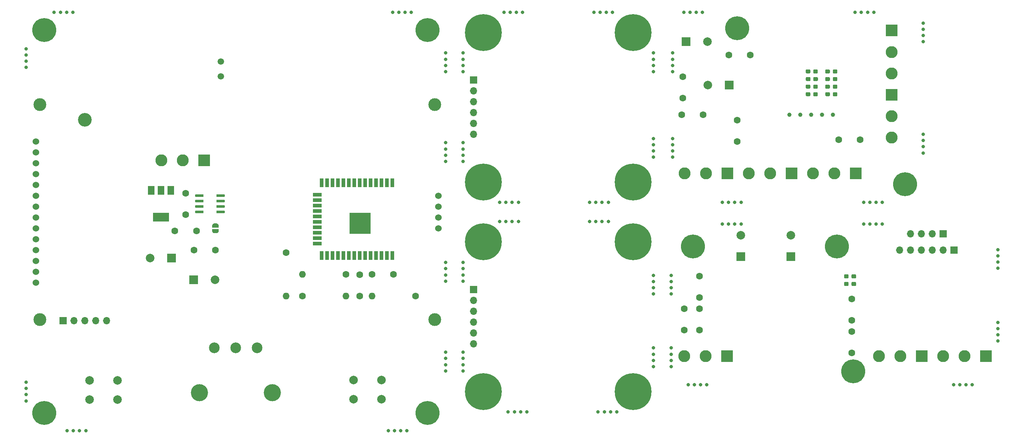
<source format=gbr>
G04 #@! TF.GenerationSoftware,KiCad,Pcbnew,(5.1.5-0-10_14)*
G04 #@! TF.CreationDate,2020-07-31T02:19:59+02:00*
G04 #@! TF.ProjectId,output.Panel,6f757470-7574-42e5-9061-6e656c2e6b69,rev?*
G04 #@! TF.SameCoordinates,Original*
G04 #@! TF.FileFunction,Soldermask,Bot*
G04 #@! TF.FilePolarity,Negative*
%FSLAX46Y46*%
G04 Gerber Fmt 4.6, Leading zero omitted, Abs format (unit mm)*
G04 Created by KiCad (PCBNEW (5.1.5-0-10_14)) date 2020-07-31 02:19:59*
%MOMM*%
%LPD*%
G04 APERTURE LIST*
%ADD10C,0.900000*%
%ADD11C,8.600000*%
%ADD12O,1.700000X1.700000*%
%ADD13R,1.700000X1.700000*%
%ADD14C,5.600000*%
%ADD15C,3.200000*%
%ADD16C,1.524000*%
%ADD17C,3.000000*%
%ADD18R,0.900000X2.000000*%
%ADD19R,2.000000X0.900000*%
%ADD20R,5.000000X5.000000*%
%ADD21C,1.600000*%
%ADD22R,1.500000X2.000000*%
%ADD23R,3.800000X2.000000*%
%ADD24C,0.100000*%
%ADD25C,2.000000*%
%ADD26R,2.000000X2.000000*%
%ADD27C,2.800000*%
%ADD28R,2.800000X2.800000*%
%ADD29C,1.500000*%
%ADD30O,1.600000X1.600000*%
%ADD31C,4.000000*%
%ADD32C,2.500000*%
%ADD33C,1.000000*%
%ADD34C,0.800000*%
G04 APERTURE END LIST*
D10*
X180780419Y-70744581D03*
X178500000Y-69800000D03*
X176219581Y-70744581D03*
X175275000Y-73025000D03*
X176219581Y-75305419D03*
X178500000Y-76250000D03*
X180780419Y-75305419D03*
X181725000Y-73025000D03*
D11*
X178500000Y-73025000D03*
X143500000Y-38025000D03*
D10*
X146725000Y-38025000D03*
X145780419Y-40305419D03*
X143500000Y-41250000D03*
X141219581Y-40305419D03*
X140275000Y-38025000D03*
X141219581Y-35744581D03*
X143500000Y-34800000D03*
X145780419Y-35744581D03*
X145780419Y-70744581D03*
X143500000Y-69800000D03*
X141219581Y-70744581D03*
X140275000Y-73025000D03*
X141219581Y-75305419D03*
X143500000Y-76250000D03*
X145780419Y-75305419D03*
X146725000Y-73025000D03*
D11*
X143500000Y-73025000D03*
D10*
X180780419Y-35744581D03*
X178500000Y-34800000D03*
X176219581Y-35744581D03*
X175275000Y-38025000D03*
X176219581Y-40305419D03*
X178500000Y-41250000D03*
X180780419Y-40305419D03*
X181725000Y-38025000D03*
D11*
X178500000Y-38025000D03*
D12*
X141200000Y-61855000D03*
X141200000Y-59315000D03*
X141200000Y-56775000D03*
X141200000Y-54235000D03*
X141200000Y-51695000D03*
D13*
X141200000Y-49155000D03*
D14*
X40945000Y-127005000D03*
X130480000Y-127005000D03*
X130480000Y-37470000D03*
X40945000Y-37470000D03*
D15*
X50470000Y-58425000D03*
D16*
X133020000Y-83825000D03*
X133020000Y-81285000D03*
X133020000Y-78745000D03*
X133020000Y-76205000D03*
D17*
X39929000Y-105161000D03*
X132131000Y-105161000D03*
X132131000Y-54869000D03*
X39929000Y-54869000D03*
D16*
X39040000Y-63505000D03*
X39040000Y-66045000D03*
X39040000Y-68585000D03*
X39040000Y-71125000D03*
X39040000Y-73665000D03*
X39040000Y-76205000D03*
X39040000Y-78745000D03*
X39040000Y-81285000D03*
X39040000Y-83825000D03*
X39040000Y-86365000D03*
X39040000Y-88905000D03*
X39040000Y-91445000D03*
X39040000Y-93985000D03*
X39040000Y-96525000D03*
D18*
X122225000Y-73175000D03*
X120955000Y-73175000D03*
X119685000Y-73175000D03*
X118415000Y-73175000D03*
X117145000Y-73175000D03*
X115875000Y-73175000D03*
X114605000Y-73175000D03*
X113335000Y-73175000D03*
X112065000Y-73175000D03*
X110795000Y-73175000D03*
X109525000Y-73175000D03*
X108255000Y-73175000D03*
X106985000Y-73175000D03*
X105715000Y-73175000D03*
D19*
X104715000Y-75960000D03*
X104715000Y-77230000D03*
X104715000Y-78500000D03*
X104715000Y-79770000D03*
X104715000Y-81040000D03*
X104715000Y-82310000D03*
X104715000Y-83580000D03*
X104715000Y-84850000D03*
X104715000Y-86120000D03*
X104715000Y-87390000D03*
D18*
X105715000Y-90175000D03*
X106985000Y-90175000D03*
X108255000Y-90175000D03*
X109525000Y-90175000D03*
X110795000Y-90175000D03*
X112065000Y-90175000D03*
X113335000Y-90175000D03*
X114605000Y-90175000D03*
X115875000Y-90175000D03*
X117145000Y-90175000D03*
X118415000Y-90175000D03*
X119685000Y-90175000D03*
X120955000Y-90175000D03*
X122225000Y-90175000D03*
D20*
X114725000Y-82675000D03*
D21*
X73965000Y-80650000D03*
X73965000Y-75650000D03*
D22*
X65950000Y-74960000D03*
X70550000Y-74960000D03*
X68250000Y-74960000D03*
D23*
X68250000Y-81260000D03*
D24*
G36*
X78044703Y-75905722D02*
G01*
X78059264Y-75907882D01*
X78073543Y-75911459D01*
X78087403Y-75916418D01*
X78100710Y-75922712D01*
X78113336Y-75930280D01*
X78125159Y-75939048D01*
X78136066Y-75948934D01*
X78145952Y-75959841D01*
X78154720Y-75971664D01*
X78162288Y-75984290D01*
X78168582Y-75997597D01*
X78173541Y-76011457D01*
X78177118Y-76025736D01*
X78179278Y-76040297D01*
X78180000Y-76055000D01*
X78180000Y-76355000D01*
X78179278Y-76369703D01*
X78177118Y-76384264D01*
X78173541Y-76398543D01*
X78168582Y-76412403D01*
X78162288Y-76425710D01*
X78154720Y-76438336D01*
X78145952Y-76450159D01*
X78136066Y-76461066D01*
X78125159Y-76470952D01*
X78113336Y-76479720D01*
X78100710Y-76487288D01*
X78087403Y-76493582D01*
X78073543Y-76498541D01*
X78059264Y-76502118D01*
X78044703Y-76504278D01*
X78030000Y-76505000D01*
X76380000Y-76505000D01*
X76365297Y-76504278D01*
X76350736Y-76502118D01*
X76336457Y-76498541D01*
X76322597Y-76493582D01*
X76309290Y-76487288D01*
X76296664Y-76479720D01*
X76284841Y-76470952D01*
X76273934Y-76461066D01*
X76264048Y-76450159D01*
X76255280Y-76438336D01*
X76247712Y-76425710D01*
X76241418Y-76412403D01*
X76236459Y-76398543D01*
X76232882Y-76384264D01*
X76230722Y-76369703D01*
X76230000Y-76355000D01*
X76230000Y-76055000D01*
X76230722Y-76040297D01*
X76232882Y-76025736D01*
X76236459Y-76011457D01*
X76241418Y-75997597D01*
X76247712Y-75984290D01*
X76255280Y-75971664D01*
X76264048Y-75959841D01*
X76273934Y-75948934D01*
X76284841Y-75939048D01*
X76296664Y-75930280D01*
X76309290Y-75922712D01*
X76322597Y-75916418D01*
X76336457Y-75911459D01*
X76350736Y-75907882D01*
X76365297Y-75905722D01*
X76380000Y-75905000D01*
X78030000Y-75905000D01*
X78044703Y-75905722D01*
G37*
G36*
X78044703Y-77175722D02*
G01*
X78059264Y-77177882D01*
X78073543Y-77181459D01*
X78087403Y-77186418D01*
X78100710Y-77192712D01*
X78113336Y-77200280D01*
X78125159Y-77209048D01*
X78136066Y-77218934D01*
X78145952Y-77229841D01*
X78154720Y-77241664D01*
X78162288Y-77254290D01*
X78168582Y-77267597D01*
X78173541Y-77281457D01*
X78177118Y-77295736D01*
X78179278Y-77310297D01*
X78180000Y-77325000D01*
X78180000Y-77625000D01*
X78179278Y-77639703D01*
X78177118Y-77654264D01*
X78173541Y-77668543D01*
X78168582Y-77682403D01*
X78162288Y-77695710D01*
X78154720Y-77708336D01*
X78145952Y-77720159D01*
X78136066Y-77731066D01*
X78125159Y-77740952D01*
X78113336Y-77749720D01*
X78100710Y-77757288D01*
X78087403Y-77763582D01*
X78073543Y-77768541D01*
X78059264Y-77772118D01*
X78044703Y-77774278D01*
X78030000Y-77775000D01*
X76380000Y-77775000D01*
X76365297Y-77774278D01*
X76350736Y-77772118D01*
X76336457Y-77768541D01*
X76322597Y-77763582D01*
X76309290Y-77757288D01*
X76296664Y-77749720D01*
X76284841Y-77740952D01*
X76273934Y-77731066D01*
X76264048Y-77720159D01*
X76255280Y-77708336D01*
X76247712Y-77695710D01*
X76241418Y-77682403D01*
X76236459Y-77668543D01*
X76232882Y-77654264D01*
X76230722Y-77639703D01*
X76230000Y-77625000D01*
X76230000Y-77325000D01*
X76230722Y-77310297D01*
X76232882Y-77295736D01*
X76236459Y-77281457D01*
X76241418Y-77267597D01*
X76247712Y-77254290D01*
X76255280Y-77241664D01*
X76264048Y-77229841D01*
X76273934Y-77218934D01*
X76284841Y-77209048D01*
X76296664Y-77200280D01*
X76309290Y-77192712D01*
X76322597Y-77186418D01*
X76336457Y-77181459D01*
X76350736Y-77177882D01*
X76365297Y-77175722D01*
X76380000Y-77175000D01*
X78030000Y-77175000D01*
X78044703Y-77175722D01*
G37*
G36*
X78044703Y-78445722D02*
G01*
X78059264Y-78447882D01*
X78073543Y-78451459D01*
X78087403Y-78456418D01*
X78100710Y-78462712D01*
X78113336Y-78470280D01*
X78125159Y-78479048D01*
X78136066Y-78488934D01*
X78145952Y-78499841D01*
X78154720Y-78511664D01*
X78162288Y-78524290D01*
X78168582Y-78537597D01*
X78173541Y-78551457D01*
X78177118Y-78565736D01*
X78179278Y-78580297D01*
X78180000Y-78595000D01*
X78180000Y-78895000D01*
X78179278Y-78909703D01*
X78177118Y-78924264D01*
X78173541Y-78938543D01*
X78168582Y-78952403D01*
X78162288Y-78965710D01*
X78154720Y-78978336D01*
X78145952Y-78990159D01*
X78136066Y-79001066D01*
X78125159Y-79010952D01*
X78113336Y-79019720D01*
X78100710Y-79027288D01*
X78087403Y-79033582D01*
X78073543Y-79038541D01*
X78059264Y-79042118D01*
X78044703Y-79044278D01*
X78030000Y-79045000D01*
X76380000Y-79045000D01*
X76365297Y-79044278D01*
X76350736Y-79042118D01*
X76336457Y-79038541D01*
X76322597Y-79033582D01*
X76309290Y-79027288D01*
X76296664Y-79019720D01*
X76284841Y-79010952D01*
X76273934Y-79001066D01*
X76264048Y-78990159D01*
X76255280Y-78978336D01*
X76247712Y-78965710D01*
X76241418Y-78952403D01*
X76236459Y-78938543D01*
X76232882Y-78924264D01*
X76230722Y-78909703D01*
X76230000Y-78895000D01*
X76230000Y-78595000D01*
X76230722Y-78580297D01*
X76232882Y-78565736D01*
X76236459Y-78551457D01*
X76241418Y-78537597D01*
X76247712Y-78524290D01*
X76255280Y-78511664D01*
X76264048Y-78499841D01*
X76273934Y-78488934D01*
X76284841Y-78479048D01*
X76296664Y-78470280D01*
X76309290Y-78462712D01*
X76322597Y-78456418D01*
X76336457Y-78451459D01*
X76350736Y-78447882D01*
X76365297Y-78445722D01*
X76380000Y-78445000D01*
X78030000Y-78445000D01*
X78044703Y-78445722D01*
G37*
G36*
X78044703Y-79715722D02*
G01*
X78059264Y-79717882D01*
X78073543Y-79721459D01*
X78087403Y-79726418D01*
X78100710Y-79732712D01*
X78113336Y-79740280D01*
X78125159Y-79749048D01*
X78136066Y-79758934D01*
X78145952Y-79769841D01*
X78154720Y-79781664D01*
X78162288Y-79794290D01*
X78168582Y-79807597D01*
X78173541Y-79821457D01*
X78177118Y-79835736D01*
X78179278Y-79850297D01*
X78180000Y-79865000D01*
X78180000Y-80165000D01*
X78179278Y-80179703D01*
X78177118Y-80194264D01*
X78173541Y-80208543D01*
X78168582Y-80222403D01*
X78162288Y-80235710D01*
X78154720Y-80248336D01*
X78145952Y-80260159D01*
X78136066Y-80271066D01*
X78125159Y-80280952D01*
X78113336Y-80289720D01*
X78100710Y-80297288D01*
X78087403Y-80303582D01*
X78073543Y-80308541D01*
X78059264Y-80312118D01*
X78044703Y-80314278D01*
X78030000Y-80315000D01*
X76380000Y-80315000D01*
X76365297Y-80314278D01*
X76350736Y-80312118D01*
X76336457Y-80308541D01*
X76322597Y-80303582D01*
X76309290Y-80297288D01*
X76296664Y-80289720D01*
X76284841Y-80280952D01*
X76273934Y-80271066D01*
X76264048Y-80260159D01*
X76255280Y-80248336D01*
X76247712Y-80235710D01*
X76241418Y-80222403D01*
X76236459Y-80208543D01*
X76232882Y-80194264D01*
X76230722Y-80179703D01*
X76230000Y-80165000D01*
X76230000Y-79865000D01*
X76230722Y-79850297D01*
X76232882Y-79835736D01*
X76236459Y-79821457D01*
X76241418Y-79807597D01*
X76247712Y-79794290D01*
X76255280Y-79781664D01*
X76264048Y-79769841D01*
X76273934Y-79758934D01*
X76284841Y-79749048D01*
X76296664Y-79740280D01*
X76309290Y-79732712D01*
X76322597Y-79726418D01*
X76336457Y-79721459D01*
X76350736Y-79717882D01*
X76365297Y-79715722D01*
X76380000Y-79715000D01*
X78030000Y-79715000D01*
X78044703Y-79715722D01*
G37*
G36*
X82994703Y-79715722D02*
G01*
X83009264Y-79717882D01*
X83023543Y-79721459D01*
X83037403Y-79726418D01*
X83050710Y-79732712D01*
X83063336Y-79740280D01*
X83075159Y-79749048D01*
X83086066Y-79758934D01*
X83095952Y-79769841D01*
X83104720Y-79781664D01*
X83112288Y-79794290D01*
X83118582Y-79807597D01*
X83123541Y-79821457D01*
X83127118Y-79835736D01*
X83129278Y-79850297D01*
X83130000Y-79865000D01*
X83130000Y-80165000D01*
X83129278Y-80179703D01*
X83127118Y-80194264D01*
X83123541Y-80208543D01*
X83118582Y-80222403D01*
X83112288Y-80235710D01*
X83104720Y-80248336D01*
X83095952Y-80260159D01*
X83086066Y-80271066D01*
X83075159Y-80280952D01*
X83063336Y-80289720D01*
X83050710Y-80297288D01*
X83037403Y-80303582D01*
X83023543Y-80308541D01*
X83009264Y-80312118D01*
X82994703Y-80314278D01*
X82980000Y-80315000D01*
X81330000Y-80315000D01*
X81315297Y-80314278D01*
X81300736Y-80312118D01*
X81286457Y-80308541D01*
X81272597Y-80303582D01*
X81259290Y-80297288D01*
X81246664Y-80289720D01*
X81234841Y-80280952D01*
X81223934Y-80271066D01*
X81214048Y-80260159D01*
X81205280Y-80248336D01*
X81197712Y-80235710D01*
X81191418Y-80222403D01*
X81186459Y-80208543D01*
X81182882Y-80194264D01*
X81180722Y-80179703D01*
X81180000Y-80165000D01*
X81180000Y-79865000D01*
X81180722Y-79850297D01*
X81182882Y-79835736D01*
X81186459Y-79821457D01*
X81191418Y-79807597D01*
X81197712Y-79794290D01*
X81205280Y-79781664D01*
X81214048Y-79769841D01*
X81223934Y-79758934D01*
X81234841Y-79749048D01*
X81246664Y-79740280D01*
X81259290Y-79732712D01*
X81272597Y-79726418D01*
X81286457Y-79721459D01*
X81300736Y-79717882D01*
X81315297Y-79715722D01*
X81330000Y-79715000D01*
X82980000Y-79715000D01*
X82994703Y-79715722D01*
G37*
G36*
X82994703Y-78445722D02*
G01*
X83009264Y-78447882D01*
X83023543Y-78451459D01*
X83037403Y-78456418D01*
X83050710Y-78462712D01*
X83063336Y-78470280D01*
X83075159Y-78479048D01*
X83086066Y-78488934D01*
X83095952Y-78499841D01*
X83104720Y-78511664D01*
X83112288Y-78524290D01*
X83118582Y-78537597D01*
X83123541Y-78551457D01*
X83127118Y-78565736D01*
X83129278Y-78580297D01*
X83130000Y-78595000D01*
X83130000Y-78895000D01*
X83129278Y-78909703D01*
X83127118Y-78924264D01*
X83123541Y-78938543D01*
X83118582Y-78952403D01*
X83112288Y-78965710D01*
X83104720Y-78978336D01*
X83095952Y-78990159D01*
X83086066Y-79001066D01*
X83075159Y-79010952D01*
X83063336Y-79019720D01*
X83050710Y-79027288D01*
X83037403Y-79033582D01*
X83023543Y-79038541D01*
X83009264Y-79042118D01*
X82994703Y-79044278D01*
X82980000Y-79045000D01*
X81330000Y-79045000D01*
X81315297Y-79044278D01*
X81300736Y-79042118D01*
X81286457Y-79038541D01*
X81272597Y-79033582D01*
X81259290Y-79027288D01*
X81246664Y-79019720D01*
X81234841Y-79010952D01*
X81223934Y-79001066D01*
X81214048Y-78990159D01*
X81205280Y-78978336D01*
X81197712Y-78965710D01*
X81191418Y-78952403D01*
X81186459Y-78938543D01*
X81182882Y-78924264D01*
X81180722Y-78909703D01*
X81180000Y-78895000D01*
X81180000Y-78595000D01*
X81180722Y-78580297D01*
X81182882Y-78565736D01*
X81186459Y-78551457D01*
X81191418Y-78537597D01*
X81197712Y-78524290D01*
X81205280Y-78511664D01*
X81214048Y-78499841D01*
X81223934Y-78488934D01*
X81234841Y-78479048D01*
X81246664Y-78470280D01*
X81259290Y-78462712D01*
X81272597Y-78456418D01*
X81286457Y-78451459D01*
X81300736Y-78447882D01*
X81315297Y-78445722D01*
X81330000Y-78445000D01*
X82980000Y-78445000D01*
X82994703Y-78445722D01*
G37*
G36*
X82994703Y-77175722D02*
G01*
X83009264Y-77177882D01*
X83023543Y-77181459D01*
X83037403Y-77186418D01*
X83050710Y-77192712D01*
X83063336Y-77200280D01*
X83075159Y-77209048D01*
X83086066Y-77218934D01*
X83095952Y-77229841D01*
X83104720Y-77241664D01*
X83112288Y-77254290D01*
X83118582Y-77267597D01*
X83123541Y-77281457D01*
X83127118Y-77295736D01*
X83129278Y-77310297D01*
X83130000Y-77325000D01*
X83130000Y-77625000D01*
X83129278Y-77639703D01*
X83127118Y-77654264D01*
X83123541Y-77668543D01*
X83118582Y-77682403D01*
X83112288Y-77695710D01*
X83104720Y-77708336D01*
X83095952Y-77720159D01*
X83086066Y-77731066D01*
X83075159Y-77740952D01*
X83063336Y-77749720D01*
X83050710Y-77757288D01*
X83037403Y-77763582D01*
X83023543Y-77768541D01*
X83009264Y-77772118D01*
X82994703Y-77774278D01*
X82980000Y-77775000D01*
X81330000Y-77775000D01*
X81315297Y-77774278D01*
X81300736Y-77772118D01*
X81286457Y-77768541D01*
X81272597Y-77763582D01*
X81259290Y-77757288D01*
X81246664Y-77749720D01*
X81234841Y-77740952D01*
X81223934Y-77731066D01*
X81214048Y-77720159D01*
X81205280Y-77708336D01*
X81197712Y-77695710D01*
X81191418Y-77682403D01*
X81186459Y-77668543D01*
X81182882Y-77654264D01*
X81180722Y-77639703D01*
X81180000Y-77625000D01*
X81180000Y-77325000D01*
X81180722Y-77310297D01*
X81182882Y-77295736D01*
X81186459Y-77281457D01*
X81191418Y-77267597D01*
X81197712Y-77254290D01*
X81205280Y-77241664D01*
X81214048Y-77229841D01*
X81223934Y-77218934D01*
X81234841Y-77209048D01*
X81246664Y-77200280D01*
X81259290Y-77192712D01*
X81272597Y-77186418D01*
X81286457Y-77181459D01*
X81300736Y-77177882D01*
X81315297Y-77175722D01*
X81330000Y-77175000D01*
X82980000Y-77175000D01*
X82994703Y-77175722D01*
G37*
G36*
X82994703Y-75905722D02*
G01*
X83009264Y-75907882D01*
X83023543Y-75911459D01*
X83037403Y-75916418D01*
X83050710Y-75922712D01*
X83063336Y-75930280D01*
X83075159Y-75939048D01*
X83086066Y-75948934D01*
X83095952Y-75959841D01*
X83104720Y-75971664D01*
X83112288Y-75984290D01*
X83118582Y-75997597D01*
X83123541Y-76011457D01*
X83127118Y-76025736D01*
X83129278Y-76040297D01*
X83130000Y-76055000D01*
X83130000Y-76355000D01*
X83129278Y-76369703D01*
X83127118Y-76384264D01*
X83123541Y-76398543D01*
X83118582Y-76412403D01*
X83112288Y-76425710D01*
X83104720Y-76438336D01*
X83095952Y-76450159D01*
X83086066Y-76461066D01*
X83075159Y-76470952D01*
X83063336Y-76479720D01*
X83050710Y-76487288D01*
X83037403Y-76493582D01*
X83023543Y-76498541D01*
X83009264Y-76502118D01*
X82994703Y-76504278D01*
X82980000Y-76505000D01*
X81330000Y-76505000D01*
X81315297Y-76504278D01*
X81300736Y-76502118D01*
X81286457Y-76498541D01*
X81272597Y-76493582D01*
X81259290Y-76487288D01*
X81246664Y-76479720D01*
X81234841Y-76470952D01*
X81223934Y-76461066D01*
X81214048Y-76450159D01*
X81205280Y-76438336D01*
X81197712Y-76425710D01*
X81191418Y-76412403D01*
X81186459Y-76398543D01*
X81182882Y-76384264D01*
X81180722Y-76369703D01*
X81180000Y-76355000D01*
X81180000Y-76055000D01*
X81180722Y-76040297D01*
X81182882Y-76025736D01*
X81186459Y-76011457D01*
X81191418Y-75997597D01*
X81197712Y-75984290D01*
X81205280Y-75971664D01*
X81214048Y-75959841D01*
X81223934Y-75948934D01*
X81234841Y-75939048D01*
X81246664Y-75930280D01*
X81259290Y-75922712D01*
X81272597Y-75916418D01*
X81286457Y-75911459D01*
X81300736Y-75907882D01*
X81315297Y-75905722D01*
X81330000Y-75905000D01*
X82980000Y-75905000D01*
X82994703Y-75905722D01*
G37*
D25*
X65710000Y-90810000D03*
D26*
X70710000Y-90810000D03*
D21*
X71505000Y-84460000D03*
X76505000Y-84460000D03*
X80950000Y-88905000D03*
X75950000Y-88905000D03*
D25*
X80870000Y-95890000D03*
D26*
X75870000Y-95890000D03*
D21*
X114605000Y-99700000D03*
X114605000Y-94700000D03*
X117526000Y-94620000D03*
X122526000Y-94620000D03*
D27*
X68330000Y-67950000D03*
X73330000Y-67950000D03*
D28*
X78330000Y-67950000D03*
D12*
X55550000Y-105415000D03*
X53010000Y-105415000D03*
X50470000Y-105415000D03*
X47930000Y-105415000D03*
D13*
X45390000Y-105415000D03*
D24*
G36*
X81699398Y-84490000D02*
G01*
X81699398Y-84514534D01*
X81694588Y-84563365D01*
X81685016Y-84611490D01*
X81670772Y-84658445D01*
X81651995Y-84703778D01*
X81628864Y-84747051D01*
X81601604Y-84787850D01*
X81570476Y-84825779D01*
X81535779Y-84860476D01*
X81497850Y-84891604D01*
X81457051Y-84918864D01*
X81413778Y-84941995D01*
X81368445Y-84960772D01*
X81321490Y-84975016D01*
X81273365Y-84984588D01*
X81224534Y-84989398D01*
X81200000Y-84989398D01*
X81200000Y-84990000D01*
X80700000Y-84990000D01*
X80700000Y-84989398D01*
X80675466Y-84989398D01*
X80626635Y-84984588D01*
X80578510Y-84975016D01*
X80531555Y-84960772D01*
X80486222Y-84941995D01*
X80442949Y-84918864D01*
X80402150Y-84891604D01*
X80364221Y-84860476D01*
X80329524Y-84825779D01*
X80298396Y-84787850D01*
X80271136Y-84747051D01*
X80248005Y-84703778D01*
X80229228Y-84658445D01*
X80214984Y-84611490D01*
X80205412Y-84563365D01*
X80200602Y-84514534D01*
X80200602Y-84490000D01*
X80200000Y-84490000D01*
X80200000Y-83990000D01*
X81700000Y-83990000D01*
X81700000Y-84490000D01*
X81699398Y-84490000D01*
G37*
G36*
X80200000Y-83690000D02*
G01*
X80200000Y-83190000D01*
X80200602Y-83190000D01*
X80200602Y-83165466D01*
X80205412Y-83116635D01*
X80214984Y-83068510D01*
X80229228Y-83021555D01*
X80248005Y-82976222D01*
X80271136Y-82932949D01*
X80298396Y-82892150D01*
X80329524Y-82854221D01*
X80364221Y-82819524D01*
X80402150Y-82788396D01*
X80442949Y-82761136D01*
X80486222Y-82738005D01*
X80531555Y-82719228D01*
X80578510Y-82704984D01*
X80626635Y-82695412D01*
X80675466Y-82690602D01*
X80700000Y-82690602D01*
X80700000Y-82690000D01*
X81200000Y-82690000D01*
X81200000Y-82690602D01*
X81224534Y-82690602D01*
X81273365Y-82695412D01*
X81321490Y-82704984D01*
X81368445Y-82719228D01*
X81413778Y-82738005D01*
X81457051Y-82761136D01*
X81497850Y-82788396D01*
X81535779Y-82819524D01*
X81570476Y-82854221D01*
X81601604Y-82892150D01*
X81628864Y-82932949D01*
X81651995Y-82976222D01*
X81670772Y-83021555D01*
X81685016Y-83068510D01*
X81694588Y-83116635D01*
X81699398Y-83165466D01*
X81699398Y-83190000D01*
X81700000Y-83190000D01*
X81700000Y-83690000D01*
X80200000Y-83690000D01*
G37*
D29*
X82220000Y-44865000D03*
X82220000Y-48265000D03*
D30*
X97460000Y-99700000D03*
D21*
X97460000Y-89540000D03*
D30*
X117526000Y-99700000D03*
D21*
X127686000Y-99700000D03*
D30*
X111430000Y-99700000D03*
D21*
X101270000Y-99700000D03*
D30*
X101270000Y-94620000D03*
D21*
X111430000Y-94620000D03*
D25*
X58090000Y-119385000D03*
X58090000Y-123885000D03*
X51590000Y-119385000D03*
X51590000Y-123885000D03*
X119685000Y-119330000D03*
X119685000Y-123830000D03*
X113185000Y-119330000D03*
X113185000Y-123830000D03*
D31*
X94212500Y-122265000D03*
X77212500Y-122265000D03*
D32*
X80712500Y-111765000D03*
X85712500Y-111765000D03*
X90712500Y-111765000D03*
D11*
X178500000Y-87025000D03*
D10*
X181725000Y-87025000D03*
X180780419Y-89305419D03*
X178500000Y-90250000D03*
X176219581Y-89305419D03*
X175275000Y-87025000D03*
X176219581Y-84744581D03*
X178500000Y-83800000D03*
X180780419Y-84744581D03*
D11*
X178500000Y-122025000D03*
D10*
X181725000Y-122025000D03*
X180780419Y-124305419D03*
X178500000Y-125250000D03*
X176219581Y-124305419D03*
X175275000Y-122025000D03*
X176219581Y-119744581D03*
X178500000Y-118800000D03*
X180780419Y-119744581D03*
D11*
X143500000Y-122025000D03*
D10*
X146725000Y-122025000D03*
X145780419Y-124305419D03*
X143500000Y-125250000D03*
X141219581Y-124305419D03*
X140275000Y-122025000D03*
X141219581Y-119744581D03*
X143500000Y-118800000D03*
X145780419Y-119744581D03*
X145780419Y-84744581D03*
X143500000Y-83800000D03*
X141219581Y-84744581D03*
X140275000Y-87025000D03*
X141219581Y-89305419D03*
X143500000Y-90250000D03*
X145780419Y-89305419D03*
X146725000Y-87025000D03*
D11*
X143500000Y-87025000D03*
D13*
X141200000Y-98155000D03*
D12*
X141200000Y-100695000D03*
X141200000Y-103235000D03*
X141200000Y-105775000D03*
X141200000Y-108315000D03*
X141200000Y-110855000D03*
D14*
X242000000Y-73525000D03*
X202750000Y-37025000D03*
D33*
X225162000Y-57305000D03*
X222622000Y-57305000D03*
X220082000Y-57305000D03*
X217542000Y-57305000D03*
X215002000Y-57305000D03*
D24*
G36*
X219644779Y-52005144D02*
G01*
X219667834Y-52008563D01*
X219690443Y-52014227D01*
X219712387Y-52022079D01*
X219733457Y-52032044D01*
X219753448Y-52044026D01*
X219772168Y-52057910D01*
X219789438Y-52073562D01*
X219805090Y-52090832D01*
X219818974Y-52109552D01*
X219830956Y-52129543D01*
X219840921Y-52150613D01*
X219848773Y-52172557D01*
X219854437Y-52195166D01*
X219857856Y-52218221D01*
X219859000Y-52241500D01*
X219859000Y-52716500D01*
X219857856Y-52739779D01*
X219854437Y-52762834D01*
X219848773Y-52785443D01*
X219840921Y-52807387D01*
X219830956Y-52828457D01*
X219818974Y-52848448D01*
X219805090Y-52867168D01*
X219789438Y-52884438D01*
X219772168Y-52900090D01*
X219753448Y-52913974D01*
X219733457Y-52925956D01*
X219712387Y-52935921D01*
X219690443Y-52943773D01*
X219667834Y-52949437D01*
X219644779Y-52952856D01*
X219621500Y-52954000D01*
X219046500Y-52954000D01*
X219023221Y-52952856D01*
X219000166Y-52949437D01*
X218977557Y-52943773D01*
X218955613Y-52935921D01*
X218934543Y-52925956D01*
X218914552Y-52913974D01*
X218895832Y-52900090D01*
X218878562Y-52884438D01*
X218862910Y-52867168D01*
X218849026Y-52848448D01*
X218837044Y-52828457D01*
X218827079Y-52807387D01*
X218819227Y-52785443D01*
X218813563Y-52762834D01*
X218810144Y-52739779D01*
X218809000Y-52716500D01*
X218809000Y-52241500D01*
X218810144Y-52218221D01*
X218813563Y-52195166D01*
X218819227Y-52172557D01*
X218827079Y-52150613D01*
X218837044Y-52129543D01*
X218849026Y-52109552D01*
X218862910Y-52090832D01*
X218878562Y-52073562D01*
X218895832Y-52057910D01*
X218914552Y-52044026D01*
X218934543Y-52032044D01*
X218955613Y-52022079D01*
X218977557Y-52014227D01*
X219000166Y-52008563D01*
X219023221Y-52005144D01*
X219046500Y-52004000D01*
X219621500Y-52004000D01*
X219644779Y-52005144D01*
G37*
G36*
X221394779Y-52005144D02*
G01*
X221417834Y-52008563D01*
X221440443Y-52014227D01*
X221462387Y-52022079D01*
X221483457Y-52032044D01*
X221503448Y-52044026D01*
X221522168Y-52057910D01*
X221539438Y-52073562D01*
X221555090Y-52090832D01*
X221568974Y-52109552D01*
X221580956Y-52129543D01*
X221590921Y-52150613D01*
X221598773Y-52172557D01*
X221604437Y-52195166D01*
X221607856Y-52218221D01*
X221609000Y-52241500D01*
X221609000Y-52716500D01*
X221607856Y-52739779D01*
X221604437Y-52762834D01*
X221598773Y-52785443D01*
X221590921Y-52807387D01*
X221580956Y-52828457D01*
X221568974Y-52848448D01*
X221555090Y-52867168D01*
X221539438Y-52884438D01*
X221522168Y-52900090D01*
X221503448Y-52913974D01*
X221483457Y-52925956D01*
X221462387Y-52935921D01*
X221440443Y-52943773D01*
X221417834Y-52949437D01*
X221394779Y-52952856D01*
X221371500Y-52954000D01*
X220796500Y-52954000D01*
X220773221Y-52952856D01*
X220750166Y-52949437D01*
X220727557Y-52943773D01*
X220705613Y-52935921D01*
X220684543Y-52925956D01*
X220664552Y-52913974D01*
X220645832Y-52900090D01*
X220628562Y-52884438D01*
X220612910Y-52867168D01*
X220599026Y-52848448D01*
X220587044Y-52828457D01*
X220577079Y-52807387D01*
X220569227Y-52785443D01*
X220563563Y-52762834D01*
X220560144Y-52739779D01*
X220559000Y-52716500D01*
X220559000Y-52241500D01*
X220560144Y-52218221D01*
X220563563Y-52195166D01*
X220569227Y-52172557D01*
X220577079Y-52150613D01*
X220587044Y-52129543D01*
X220599026Y-52109552D01*
X220612910Y-52090832D01*
X220628562Y-52073562D01*
X220645832Y-52057910D01*
X220664552Y-52044026D01*
X220684543Y-52032044D01*
X220705613Y-52022079D01*
X220727557Y-52014227D01*
X220750166Y-52008563D01*
X220773221Y-52005144D01*
X220796500Y-52004000D01*
X221371500Y-52004000D01*
X221394779Y-52005144D01*
G37*
G36*
X219644779Y-50227144D02*
G01*
X219667834Y-50230563D01*
X219690443Y-50236227D01*
X219712387Y-50244079D01*
X219733457Y-50254044D01*
X219753448Y-50266026D01*
X219772168Y-50279910D01*
X219789438Y-50295562D01*
X219805090Y-50312832D01*
X219818974Y-50331552D01*
X219830956Y-50351543D01*
X219840921Y-50372613D01*
X219848773Y-50394557D01*
X219854437Y-50417166D01*
X219857856Y-50440221D01*
X219859000Y-50463500D01*
X219859000Y-50938500D01*
X219857856Y-50961779D01*
X219854437Y-50984834D01*
X219848773Y-51007443D01*
X219840921Y-51029387D01*
X219830956Y-51050457D01*
X219818974Y-51070448D01*
X219805090Y-51089168D01*
X219789438Y-51106438D01*
X219772168Y-51122090D01*
X219753448Y-51135974D01*
X219733457Y-51147956D01*
X219712387Y-51157921D01*
X219690443Y-51165773D01*
X219667834Y-51171437D01*
X219644779Y-51174856D01*
X219621500Y-51176000D01*
X219046500Y-51176000D01*
X219023221Y-51174856D01*
X219000166Y-51171437D01*
X218977557Y-51165773D01*
X218955613Y-51157921D01*
X218934543Y-51147956D01*
X218914552Y-51135974D01*
X218895832Y-51122090D01*
X218878562Y-51106438D01*
X218862910Y-51089168D01*
X218849026Y-51070448D01*
X218837044Y-51050457D01*
X218827079Y-51029387D01*
X218819227Y-51007443D01*
X218813563Y-50984834D01*
X218810144Y-50961779D01*
X218809000Y-50938500D01*
X218809000Y-50463500D01*
X218810144Y-50440221D01*
X218813563Y-50417166D01*
X218819227Y-50394557D01*
X218827079Y-50372613D01*
X218837044Y-50351543D01*
X218849026Y-50331552D01*
X218862910Y-50312832D01*
X218878562Y-50295562D01*
X218895832Y-50279910D01*
X218914552Y-50266026D01*
X218934543Y-50254044D01*
X218955613Y-50244079D01*
X218977557Y-50236227D01*
X219000166Y-50230563D01*
X219023221Y-50227144D01*
X219046500Y-50226000D01*
X219621500Y-50226000D01*
X219644779Y-50227144D01*
G37*
G36*
X221394779Y-50227144D02*
G01*
X221417834Y-50230563D01*
X221440443Y-50236227D01*
X221462387Y-50244079D01*
X221483457Y-50254044D01*
X221503448Y-50266026D01*
X221522168Y-50279910D01*
X221539438Y-50295562D01*
X221555090Y-50312832D01*
X221568974Y-50331552D01*
X221580956Y-50351543D01*
X221590921Y-50372613D01*
X221598773Y-50394557D01*
X221604437Y-50417166D01*
X221607856Y-50440221D01*
X221609000Y-50463500D01*
X221609000Y-50938500D01*
X221607856Y-50961779D01*
X221604437Y-50984834D01*
X221598773Y-51007443D01*
X221590921Y-51029387D01*
X221580956Y-51050457D01*
X221568974Y-51070448D01*
X221555090Y-51089168D01*
X221539438Y-51106438D01*
X221522168Y-51122090D01*
X221503448Y-51135974D01*
X221483457Y-51147956D01*
X221462387Y-51157921D01*
X221440443Y-51165773D01*
X221417834Y-51171437D01*
X221394779Y-51174856D01*
X221371500Y-51176000D01*
X220796500Y-51176000D01*
X220773221Y-51174856D01*
X220750166Y-51171437D01*
X220727557Y-51165773D01*
X220705613Y-51157921D01*
X220684543Y-51147956D01*
X220664552Y-51135974D01*
X220645832Y-51122090D01*
X220628562Y-51106438D01*
X220612910Y-51089168D01*
X220599026Y-51070448D01*
X220587044Y-51050457D01*
X220577079Y-51029387D01*
X220569227Y-51007443D01*
X220563563Y-50984834D01*
X220560144Y-50961779D01*
X220559000Y-50938500D01*
X220559000Y-50463500D01*
X220560144Y-50440221D01*
X220563563Y-50417166D01*
X220569227Y-50394557D01*
X220577079Y-50372613D01*
X220587044Y-50351543D01*
X220599026Y-50331552D01*
X220612910Y-50312832D01*
X220628562Y-50295562D01*
X220645832Y-50279910D01*
X220664552Y-50266026D01*
X220684543Y-50254044D01*
X220705613Y-50244079D01*
X220727557Y-50236227D01*
X220750166Y-50230563D01*
X220773221Y-50227144D01*
X220796500Y-50226000D01*
X221371500Y-50226000D01*
X221394779Y-50227144D01*
G37*
G36*
X219658779Y-48449144D02*
G01*
X219681834Y-48452563D01*
X219704443Y-48458227D01*
X219726387Y-48466079D01*
X219747457Y-48476044D01*
X219767448Y-48488026D01*
X219786168Y-48501910D01*
X219803438Y-48517562D01*
X219819090Y-48534832D01*
X219832974Y-48553552D01*
X219844956Y-48573543D01*
X219854921Y-48594613D01*
X219862773Y-48616557D01*
X219868437Y-48639166D01*
X219871856Y-48662221D01*
X219873000Y-48685500D01*
X219873000Y-49160500D01*
X219871856Y-49183779D01*
X219868437Y-49206834D01*
X219862773Y-49229443D01*
X219854921Y-49251387D01*
X219844956Y-49272457D01*
X219832974Y-49292448D01*
X219819090Y-49311168D01*
X219803438Y-49328438D01*
X219786168Y-49344090D01*
X219767448Y-49357974D01*
X219747457Y-49369956D01*
X219726387Y-49379921D01*
X219704443Y-49387773D01*
X219681834Y-49393437D01*
X219658779Y-49396856D01*
X219635500Y-49398000D01*
X219060500Y-49398000D01*
X219037221Y-49396856D01*
X219014166Y-49393437D01*
X218991557Y-49387773D01*
X218969613Y-49379921D01*
X218948543Y-49369956D01*
X218928552Y-49357974D01*
X218909832Y-49344090D01*
X218892562Y-49328438D01*
X218876910Y-49311168D01*
X218863026Y-49292448D01*
X218851044Y-49272457D01*
X218841079Y-49251387D01*
X218833227Y-49229443D01*
X218827563Y-49206834D01*
X218824144Y-49183779D01*
X218823000Y-49160500D01*
X218823000Y-48685500D01*
X218824144Y-48662221D01*
X218827563Y-48639166D01*
X218833227Y-48616557D01*
X218841079Y-48594613D01*
X218851044Y-48573543D01*
X218863026Y-48553552D01*
X218876910Y-48534832D01*
X218892562Y-48517562D01*
X218909832Y-48501910D01*
X218928552Y-48488026D01*
X218948543Y-48476044D01*
X218969613Y-48466079D01*
X218991557Y-48458227D01*
X219014166Y-48452563D01*
X219037221Y-48449144D01*
X219060500Y-48448000D01*
X219635500Y-48448000D01*
X219658779Y-48449144D01*
G37*
G36*
X221408779Y-48449144D02*
G01*
X221431834Y-48452563D01*
X221454443Y-48458227D01*
X221476387Y-48466079D01*
X221497457Y-48476044D01*
X221517448Y-48488026D01*
X221536168Y-48501910D01*
X221553438Y-48517562D01*
X221569090Y-48534832D01*
X221582974Y-48553552D01*
X221594956Y-48573543D01*
X221604921Y-48594613D01*
X221612773Y-48616557D01*
X221618437Y-48639166D01*
X221621856Y-48662221D01*
X221623000Y-48685500D01*
X221623000Y-49160500D01*
X221621856Y-49183779D01*
X221618437Y-49206834D01*
X221612773Y-49229443D01*
X221604921Y-49251387D01*
X221594956Y-49272457D01*
X221582974Y-49292448D01*
X221569090Y-49311168D01*
X221553438Y-49328438D01*
X221536168Y-49344090D01*
X221517448Y-49357974D01*
X221497457Y-49369956D01*
X221476387Y-49379921D01*
X221454443Y-49387773D01*
X221431834Y-49393437D01*
X221408779Y-49396856D01*
X221385500Y-49398000D01*
X220810500Y-49398000D01*
X220787221Y-49396856D01*
X220764166Y-49393437D01*
X220741557Y-49387773D01*
X220719613Y-49379921D01*
X220698543Y-49369956D01*
X220678552Y-49357974D01*
X220659832Y-49344090D01*
X220642562Y-49328438D01*
X220626910Y-49311168D01*
X220613026Y-49292448D01*
X220601044Y-49272457D01*
X220591079Y-49251387D01*
X220583227Y-49229443D01*
X220577563Y-49206834D01*
X220574144Y-49183779D01*
X220573000Y-49160500D01*
X220573000Y-48685500D01*
X220574144Y-48662221D01*
X220577563Y-48639166D01*
X220583227Y-48616557D01*
X220591079Y-48594613D01*
X220601044Y-48573543D01*
X220613026Y-48553552D01*
X220626910Y-48534832D01*
X220642562Y-48517562D01*
X220659832Y-48501910D01*
X220678552Y-48488026D01*
X220698543Y-48476044D01*
X220719613Y-48466079D01*
X220741557Y-48458227D01*
X220764166Y-48452563D01*
X220787221Y-48449144D01*
X220810500Y-48448000D01*
X221385500Y-48448000D01*
X221408779Y-48449144D01*
G37*
G36*
X219644779Y-46671144D02*
G01*
X219667834Y-46674563D01*
X219690443Y-46680227D01*
X219712387Y-46688079D01*
X219733457Y-46698044D01*
X219753448Y-46710026D01*
X219772168Y-46723910D01*
X219789438Y-46739562D01*
X219805090Y-46756832D01*
X219818974Y-46775552D01*
X219830956Y-46795543D01*
X219840921Y-46816613D01*
X219848773Y-46838557D01*
X219854437Y-46861166D01*
X219857856Y-46884221D01*
X219859000Y-46907500D01*
X219859000Y-47382500D01*
X219857856Y-47405779D01*
X219854437Y-47428834D01*
X219848773Y-47451443D01*
X219840921Y-47473387D01*
X219830956Y-47494457D01*
X219818974Y-47514448D01*
X219805090Y-47533168D01*
X219789438Y-47550438D01*
X219772168Y-47566090D01*
X219753448Y-47579974D01*
X219733457Y-47591956D01*
X219712387Y-47601921D01*
X219690443Y-47609773D01*
X219667834Y-47615437D01*
X219644779Y-47618856D01*
X219621500Y-47620000D01*
X219046500Y-47620000D01*
X219023221Y-47618856D01*
X219000166Y-47615437D01*
X218977557Y-47609773D01*
X218955613Y-47601921D01*
X218934543Y-47591956D01*
X218914552Y-47579974D01*
X218895832Y-47566090D01*
X218878562Y-47550438D01*
X218862910Y-47533168D01*
X218849026Y-47514448D01*
X218837044Y-47494457D01*
X218827079Y-47473387D01*
X218819227Y-47451443D01*
X218813563Y-47428834D01*
X218810144Y-47405779D01*
X218809000Y-47382500D01*
X218809000Y-46907500D01*
X218810144Y-46884221D01*
X218813563Y-46861166D01*
X218819227Y-46838557D01*
X218827079Y-46816613D01*
X218837044Y-46795543D01*
X218849026Y-46775552D01*
X218862910Y-46756832D01*
X218878562Y-46739562D01*
X218895832Y-46723910D01*
X218914552Y-46710026D01*
X218934543Y-46698044D01*
X218955613Y-46688079D01*
X218977557Y-46680227D01*
X219000166Y-46674563D01*
X219023221Y-46671144D01*
X219046500Y-46670000D01*
X219621500Y-46670000D01*
X219644779Y-46671144D01*
G37*
G36*
X221394779Y-46671144D02*
G01*
X221417834Y-46674563D01*
X221440443Y-46680227D01*
X221462387Y-46688079D01*
X221483457Y-46698044D01*
X221503448Y-46710026D01*
X221522168Y-46723910D01*
X221539438Y-46739562D01*
X221555090Y-46756832D01*
X221568974Y-46775552D01*
X221580956Y-46795543D01*
X221590921Y-46816613D01*
X221598773Y-46838557D01*
X221604437Y-46861166D01*
X221607856Y-46884221D01*
X221609000Y-46907500D01*
X221609000Y-47382500D01*
X221607856Y-47405779D01*
X221604437Y-47428834D01*
X221598773Y-47451443D01*
X221590921Y-47473387D01*
X221580956Y-47494457D01*
X221568974Y-47514448D01*
X221555090Y-47533168D01*
X221539438Y-47550438D01*
X221522168Y-47566090D01*
X221503448Y-47579974D01*
X221483457Y-47591956D01*
X221462387Y-47601921D01*
X221440443Y-47609773D01*
X221417834Y-47615437D01*
X221394779Y-47618856D01*
X221371500Y-47620000D01*
X220796500Y-47620000D01*
X220773221Y-47618856D01*
X220750166Y-47615437D01*
X220727557Y-47609773D01*
X220705613Y-47601921D01*
X220684543Y-47591956D01*
X220664552Y-47579974D01*
X220645832Y-47566090D01*
X220628562Y-47550438D01*
X220612910Y-47533168D01*
X220599026Y-47514448D01*
X220587044Y-47494457D01*
X220577079Y-47473387D01*
X220569227Y-47451443D01*
X220563563Y-47428834D01*
X220560144Y-47405779D01*
X220559000Y-47382500D01*
X220559000Y-46907500D01*
X220560144Y-46884221D01*
X220563563Y-46861166D01*
X220569227Y-46838557D01*
X220577079Y-46816613D01*
X220587044Y-46795543D01*
X220599026Y-46775552D01*
X220612910Y-46756832D01*
X220628562Y-46739562D01*
X220645832Y-46723910D01*
X220664552Y-46710026D01*
X220684543Y-46698044D01*
X220705613Y-46688079D01*
X220727557Y-46680227D01*
X220750166Y-46674563D01*
X220773221Y-46671144D01*
X220796500Y-46670000D01*
X221371500Y-46670000D01*
X221394779Y-46671144D01*
G37*
G36*
X224216779Y-52005144D02*
G01*
X224239834Y-52008563D01*
X224262443Y-52014227D01*
X224284387Y-52022079D01*
X224305457Y-52032044D01*
X224325448Y-52044026D01*
X224344168Y-52057910D01*
X224361438Y-52073562D01*
X224377090Y-52090832D01*
X224390974Y-52109552D01*
X224402956Y-52129543D01*
X224412921Y-52150613D01*
X224420773Y-52172557D01*
X224426437Y-52195166D01*
X224429856Y-52218221D01*
X224431000Y-52241500D01*
X224431000Y-52716500D01*
X224429856Y-52739779D01*
X224426437Y-52762834D01*
X224420773Y-52785443D01*
X224412921Y-52807387D01*
X224402956Y-52828457D01*
X224390974Y-52848448D01*
X224377090Y-52867168D01*
X224361438Y-52884438D01*
X224344168Y-52900090D01*
X224325448Y-52913974D01*
X224305457Y-52925956D01*
X224284387Y-52935921D01*
X224262443Y-52943773D01*
X224239834Y-52949437D01*
X224216779Y-52952856D01*
X224193500Y-52954000D01*
X223618500Y-52954000D01*
X223595221Y-52952856D01*
X223572166Y-52949437D01*
X223549557Y-52943773D01*
X223527613Y-52935921D01*
X223506543Y-52925956D01*
X223486552Y-52913974D01*
X223467832Y-52900090D01*
X223450562Y-52884438D01*
X223434910Y-52867168D01*
X223421026Y-52848448D01*
X223409044Y-52828457D01*
X223399079Y-52807387D01*
X223391227Y-52785443D01*
X223385563Y-52762834D01*
X223382144Y-52739779D01*
X223381000Y-52716500D01*
X223381000Y-52241500D01*
X223382144Y-52218221D01*
X223385563Y-52195166D01*
X223391227Y-52172557D01*
X223399079Y-52150613D01*
X223409044Y-52129543D01*
X223421026Y-52109552D01*
X223434910Y-52090832D01*
X223450562Y-52073562D01*
X223467832Y-52057910D01*
X223486552Y-52044026D01*
X223506543Y-52032044D01*
X223527613Y-52022079D01*
X223549557Y-52014227D01*
X223572166Y-52008563D01*
X223595221Y-52005144D01*
X223618500Y-52004000D01*
X224193500Y-52004000D01*
X224216779Y-52005144D01*
G37*
G36*
X225966779Y-52005144D02*
G01*
X225989834Y-52008563D01*
X226012443Y-52014227D01*
X226034387Y-52022079D01*
X226055457Y-52032044D01*
X226075448Y-52044026D01*
X226094168Y-52057910D01*
X226111438Y-52073562D01*
X226127090Y-52090832D01*
X226140974Y-52109552D01*
X226152956Y-52129543D01*
X226162921Y-52150613D01*
X226170773Y-52172557D01*
X226176437Y-52195166D01*
X226179856Y-52218221D01*
X226181000Y-52241500D01*
X226181000Y-52716500D01*
X226179856Y-52739779D01*
X226176437Y-52762834D01*
X226170773Y-52785443D01*
X226162921Y-52807387D01*
X226152956Y-52828457D01*
X226140974Y-52848448D01*
X226127090Y-52867168D01*
X226111438Y-52884438D01*
X226094168Y-52900090D01*
X226075448Y-52913974D01*
X226055457Y-52925956D01*
X226034387Y-52935921D01*
X226012443Y-52943773D01*
X225989834Y-52949437D01*
X225966779Y-52952856D01*
X225943500Y-52954000D01*
X225368500Y-52954000D01*
X225345221Y-52952856D01*
X225322166Y-52949437D01*
X225299557Y-52943773D01*
X225277613Y-52935921D01*
X225256543Y-52925956D01*
X225236552Y-52913974D01*
X225217832Y-52900090D01*
X225200562Y-52884438D01*
X225184910Y-52867168D01*
X225171026Y-52848448D01*
X225159044Y-52828457D01*
X225149079Y-52807387D01*
X225141227Y-52785443D01*
X225135563Y-52762834D01*
X225132144Y-52739779D01*
X225131000Y-52716500D01*
X225131000Y-52241500D01*
X225132144Y-52218221D01*
X225135563Y-52195166D01*
X225141227Y-52172557D01*
X225149079Y-52150613D01*
X225159044Y-52129543D01*
X225171026Y-52109552D01*
X225184910Y-52090832D01*
X225200562Y-52073562D01*
X225217832Y-52057910D01*
X225236552Y-52044026D01*
X225256543Y-52032044D01*
X225277613Y-52022079D01*
X225299557Y-52014227D01*
X225322166Y-52008563D01*
X225345221Y-52005144D01*
X225368500Y-52004000D01*
X225943500Y-52004000D01*
X225966779Y-52005144D01*
G37*
G36*
X224202779Y-50227144D02*
G01*
X224225834Y-50230563D01*
X224248443Y-50236227D01*
X224270387Y-50244079D01*
X224291457Y-50254044D01*
X224311448Y-50266026D01*
X224330168Y-50279910D01*
X224347438Y-50295562D01*
X224363090Y-50312832D01*
X224376974Y-50331552D01*
X224388956Y-50351543D01*
X224398921Y-50372613D01*
X224406773Y-50394557D01*
X224412437Y-50417166D01*
X224415856Y-50440221D01*
X224417000Y-50463500D01*
X224417000Y-50938500D01*
X224415856Y-50961779D01*
X224412437Y-50984834D01*
X224406773Y-51007443D01*
X224398921Y-51029387D01*
X224388956Y-51050457D01*
X224376974Y-51070448D01*
X224363090Y-51089168D01*
X224347438Y-51106438D01*
X224330168Y-51122090D01*
X224311448Y-51135974D01*
X224291457Y-51147956D01*
X224270387Y-51157921D01*
X224248443Y-51165773D01*
X224225834Y-51171437D01*
X224202779Y-51174856D01*
X224179500Y-51176000D01*
X223604500Y-51176000D01*
X223581221Y-51174856D01*
X223558166Y-51171437D01*
X223535557Y-51165773D01*
X223513613Y-51157921D01*
X223492543Y-51147956D01*
X223472552Y-51135974D01*
X223453832Y-51122090D01*
X223436562Y-51106438D01*
X223420910Y-51089168D01*
X223407026Y-51070448D01*
X223395044Y-51050457D01*
X223385079Y-51029387D01*
X223377227Y-51007443D01*
X223371563Y-50984834D01*
X223368144Y-50961779D01*
X223367000Y-50938500D01*
X223367000Y-50463500D01*
X223368144Y-50440221D01*
X223371563Y-50417166D01*
X223377227Y-50394557D01*
X223385079Y-50372613D01*
X223395044Y-50351543D01*
X223407026Y-50331552D01*
X223420910Y-50312832D01*
X223436562Y-50295562D01*
X223453832Y-50279910D01*
X223472552Y-50266026D01*
X223492543Y-50254044D01*
X223513613Y-50244079D01*
X223535557Y-50236227D01*
X223558166Y-50230563D01*
X223581221Y-50227144D01*
X223604500Y-50226000D01*
X224179500Y-50226000D01*
X224202779Y-50227144D01*
G37*
G36*
X225952779Y-50227144D02*
G01*
X225975834Y-50230563D01*
X225998443Y-50236227D01*
X226020387Y-50244079D01*
X226041457Y-50254044D01*
X226061448Y-50266026D01*
X226080168Y-50279910D01*
X226097438Y-50295562D01*
X226113090Y-50312832D01*
X226126974Y-50331552D01*
X226138956Y-50351543D01*
X226148921Y-50372613D01*
X226156773Y-50394557D01*
X226162437Y-50417166D01*
X226165856Y-50440221D01*
X226167000Y-50463500D01*
X226167000Y-50938500D01*
X226165856Y-50961779D01*
X226162437Y-50984834D01*
X226156773Y-51007443D01*
X226148921Y-51029387D01*
X226138956Y-51050457D01*
X226126974Y-51070448D01*
X226113090Y-51089168D01*
X226097438Y-51106438D01*
X226080168Y-51122090D01*
X226061448Y-51135974D01*
X226041457Y-51147956D01*
X226020387Y-51157921D01*
X225998443Y-51165773D01*
X225975834Y-51171437D01*
X225952779Y-51174856D01*
X225929500Y-51176000D01*
X225354500Y-51176000D01*
X225331221Y-51174856D01*
X225308166Y-51171437D01*
X225285557Y-51165773D01*
X225263613Y-51157921D01*
X225242543Y-51147956D01*
X225222552Y-51135974D01*
X225203832Y-51122090D01*
X225186562Y-51106438D01*
X225170910Y-51089168D01*
X225157026Y-51070448D01*
X225145044Y-51050457D01*
X225135079Y-51029387D01*
X225127227Y-51007443D01*
X225121563Y-50984834D01*
X225118144Y-50961779D01*
X225117000Y-50938500D01*
X225117000Y-50463500D01*
X225118144Y-50440221D01*
X225121563Y-50417166D01*
X225127227Y-50394557D01*
X225135079Y-50372613D01*
X225145044Y-50351543D01*
X225157026Y-50331552D01*
X225170910Y-50312832D01*
X225186562Y-50295562D01*
X225203832Y-50279910D01*
X225222552Y-50266026D01*
X225242543Y-50254044D01*
X225263613Y-50244079D01*
X225285557Y-50236227D01*
X225308166Y-50230563D01*
X225331221Y-50227144D01*
X225354500Y-50226000D01*
X225929500Y-50226000D01*
X225952779Y-50227144D01*
G37*
G36*
X224202779Y-48449144D02*
G01*
X224225834Y-48452563D01*
X224248443Y-48458227D01*
X224270387Y-48466079D01*
X224291457Y-48476044D01*
X224311448Y-48488026D01*
X224330168Y-48501910D01*
X224347438Y-48517562D01*
X224363090Y-48534832D01*
X224376974Y-48553552D01*
X224388956Y-48573543D01*
X224398921Y-48594613D01*
X224406773Y-48616557D01*
X224412437Y-48639166D01*
X224415856Y-48662221D01*
X224417000Y-48685500D01*
X224417000Y-49160500D01*
X224415856Y-49183779D01*
X224412437Y-49206834D01*
X224406773Y-49229443D01*
X224398921Y-49251387D01*
X224388956Y-49272457D01*
X224376974Y-49292448D01*
X224363090Y-49311168D01*
X224347438Y-49328438D01*
X224330168Y-49344090D01*
X224311448Y-49357974D01*
X224291457Y-49369956D01*
X224270387Y-49379921D01*
X224248443Y-49387773D01*
X224225834Y-49393437D01*
X224202779Y-49396856D01*
X224179500Y-49398000D01*
X223604500Y-49398000D01*
X223581221Y-49396856D01*
X223558166Y-49393437D01*
X223535557Y-49387773D01*
X223513613Y-49379921D01*
X223492543Y-49369956D01*
X223472552Y-49357974D01*
X223453832Y-49344090D01*
X223436562Y-49328438D01*
X223420910Y-49311168D01*
X223407026Y-49292448D01*
X223395044Y-49272457D01*
X223385079Y-49251387D01*
X223377227Y-49229443D01*
X223371563Y-49206834D01*
X223368144Y-49183779D01*
X223367000Y-49160500D01*
X223367000Y-48685500D01*
X223368144Y-48662221D01*
X223371563Y-48639166D01*
X223377227Y-48616557D01*
X223385079Y-48594613D01*
X223395044Y-48573543D01*
X223407026Y-48553552D01*
X223420910Y-48534832D01*
X223436562Y-48517562D01*
X223453832Y-48501910D01*
X223472552Y-48488026D01*
X223492543Y-48476044D01*
X223513613Y-48466079D01*
X223535557Y-48458227D01*
X223558166Y-48452563D01*
X223581221Y-48449144D01*
X223604500Y-48448000D01*
X224179500Y-48448000D01*
X224202779Y-48449144D01*
G37*
G36*
X225952779Y-48449144D02*
G01*
X225975834Y-48452563D01*
X225998443Y-48458227D01*
X226020387Y-48466079D01*
X226041457Y-48476044D01*
X226061448Y-48488026D01*
X226080168Y-48501910D01*
X226097438Y-48517562D01*
X226113090Y-48534832D01*
X226126974Y-48553552D01*
X226138956Y-48573543D01*
X226148921Y-48594613D01*
X226156773Y-48616557D01*
X226162437Y-48639166D01*
X226165856Y-48662221D01*
X226167000Y-48685500D01*
X226167000Y-49160500D01*
X226165856Y-49183779D01*
X226162437Y-49206834D01*
X226156773Y-49229443D01*
X226148921Y-49251387D01*
X226138956Y-49272457D01*
X226126974Y-49292448D01*
X226113090Y-49311168D01*
X226097438Y-49328438D01*
X226080168Y-49344090D01*
X226061448Y-49357974D01*
X226041457Y-49369956D01*
X226020387Y-49379921D01*
X225998443Y-49387773D01*
X225975834Y-49393437D01*
X225952779Y-49396856D01*
X225929500Y-49398000D01*
X225354500Y-49398000D01*
X225331221Y-49396856D01*
X225308166Y-49393437D01*
X225285557Y-49387773D01*
X225263613Y-49379921D01*
X225242543Y-49369956D01*
X225222552Y-49357974D01*
X225203832Y-49344090D01*
X225186562Y-49328438D01*
X225170910Y-49311168D01*
X225157026Y-49292448D01*
X225145044Y-49272457D01*
X225135079Y-49251387D01*
X225127227Y-49229443D01*
X225121563Y-49206834D01*
X225118144Y-49183779D01*
X225117000Y-49160500D01*
X225117000Y-48685500D01*
X225118144Y-48662221D01*
X225121563Y-48639166D01*
X225127227Y-48616557D01*
X225135079Y-48594613D01*
X225145044Y-48573543D01*
X225157026Y-48553552D01*
X225170910Y-48534832D01*
X225186562Y-48517562D01*
X225203832Y-48501910D01*
X225222552Y-48488026D01*
X225242543Y-48476044D01*
X225263613Y-48466079D01*
X225285557Y-48458227D01*
X225308166Y-48452563D01*
X225331221Y-48449144D01*
X225354500Y-48448000D01*
X225929500Y-48448000D01*
X225952779Y-48449144D01*
G37*
G36*
X224202779Y-46671144D02*
G01*
X224225834Y-46674563D01*
X224248443Y-46680227D01*
X224270387Y-46688079D01*
X224291457Y-46698044D01*
X224311448Y-46710026D01*
X224330168Y-46723910D01*
X224347438Y-46739562D01*
X224363090Y-46756832D01*
X224376974Y-46775552D01*
X224388956Y-46795543D01*
X224398921Y-46816613D01*
X224406773Y-46838557D01*
X224412437Y-46861166D01*
X224415856Y-46884221D01*
X224417000Y-46907500D01*
X224417000Y-47382500D01*
X224415856Y-47405779D01*
X224412437Y-47428834D01*
X224406773Y-47451443D01*
X224398921Y-47473387D01*
X224388956Y-47494457D01*
X224376974Y-47514448D01*
X224363090Y-47533168D01*
X224347438Y-47550438D01*
X224330168Y-47566090D01*
X224311448Y-47579974D01*
X224291457Y-47591956D01*
X224270387Y-47601921D01*
X224248443Y-47609773D01*
X224225834Y-47615437D01*
X224202779Y-47618856D01*
X224179500Y-47620000D01*
X223604500Y-47620000D01*
X223581221Y-47618856D01*
X223558166Y-47615437D01*
X223535557Y-47609773D01*
X223513613Y-47601921D01*
X223492543Y-47591956D01*
X223472552Y-47579974D01*
X223453832Y-47566090D01*
X223436562Y-47550438D01*
X223420910Y-47533168D01*
X223407026Y-47514448D01*
X223395044Y-47494457D01*
X223385079Y-47473387D01*
X223377227Y-47451443D01*
X223371563Y-47428834D01*
X223368144Y-47405779D01*
X223367000Y-47382500D01*
X223367000Y-46907500D01*
X223368144Y-46884221D01*
X223371563Y-46861166D01*
X223377227Y-46838557D01*
X223385079Y-46816613D01*
X223395044Y-46795543D01*
X223407026Y-46775552D01*
X223420910Y-46756832D01*
X223436562Y-46739562D01*
X223453832Y-46723910D01*
X223472552Y-46710026D01*
X223492543Y-46698044D01*
X223513613Y-46688079D01*
X223535557Y-46680227D01*
X223558166Y-46674563D01*
X223581221Y-46671144D01*
X223604500Y-46670000D01*
X224179500Y-46670000D01*
X224202779Y-46671144D01*
G37*
G36*
X225952779Y-46671144D02*
G01*
X225975834Y-46674563D01*
X225998443Y-46680227D01*
X226020387Y-46688079D01*
X226041457Y-46698044D01*
X226061448Y-46710026D01*
X226080168Y-46723910D01*
X226097438Y-46739562D01*
X226113090Y-46756832D01*
X226126974Y-46775552D01*
X226138956Y-46795543D01*
X226148921Y-46816613D01*
X226156773Y-46838557D01*
X226162437Y-46861166D01*
X226165856Y-46884221D01*
X226167000Y-46907500D01*
X226167000Y-47382500D01*
X226165856Y-47405779D01*
X226162437Y-47428834D01*
X226156773Y-47451443D01*
X226148921Y-47473387D01*
X226138956Y-47494457D01*
X226126974Y-47514448D01*
X226113090Y-47533168D01*
X226097438Y-47550438D01*
X226080168Y-47566090D01*
X226061448Y-47579974D01*
X226041457Y-47591956D01*
X226020387Y-47601921D01*
X225998443Y-47609773D01*
X225975834Y-47615437D01*
X225952779Y-47618856D01*
X225929500Y-47620000D01*
X225354500Y-47620000D01*
X225331221Y-47618856D01*
X225308166Y-47615437D01*
X225285557Y-47609773D01*
X225263613Y-47601921D01*
X225242543Y-47591956D01*
X225222552Y-47579974D01*
X225203832Y-47566090D01*
X225186562Y-47550438D01*
X225170910Y-47533168D01*
X225157026Y-47514448D01*
X225145044Y-47494457D01*
X225135079Y-47473387D01*
X225127227Y-47451443D01*
X225121563Y-47428834D01*
X225118144Y-47405779D01*
X225117000Y-47382500D01*
X225117000Y-46907500D01*
X225118144Y-46884221D01*
X225121563Y-46861166D01*
X225127227Y-46838557D01*
X225135079Y-46816613D01*
X225145044Y-46795543D01*
X225157026Y-46775552D01*
X225170910Y-46756832D01*
X225186562Y-46739562D01*
X225203832Y-46723910D01*
X225222552Y-46710026D01*
X225242543Y-46698044D01*
X225263613Y-46688079D01*
X225285557Y-46680227D01*
X225308166Y-46674563D01*
X225331221Y-46671144D01*
X225354500Y-46670000D01*
X225929500Y-46670000D01*
X225952779Y-46671144D01*
G37*
D25*
X195905000Y-50320000D03*
D26*
X200905000Y-50320000D03*
D21*
X202810000Y-58575000D03*
X202810000Y-63575000D03*
X189809000Y-57305000D03*
X194809000Y-57305000D03*
X190110000Y-48415000D03*
X190110000Y-53415000D03*
D25*
X195825000Y-40160000D03*
D26*
X190825000Y-40160000D03*
D21*
X231512000Y-63147000D03*
X226512000Y-63147000D03*
X205858000Y-43335000D03*
X200858000Y-43335000D03*
D27*
X190500000Y-71025000D03*
X195500000Y-71025000D03*
D28*
X200500000Y-71025000D03*
D27*
X238882000Y-62588000D03*
X238882000Y-57588000D03*
D28*
X238882000Y-52588000D03*
D27*
X238882000Y-47588000D03*
X238882000Y-42588000D03*
D28*
X238882000Y-37588000D03*
D27*
X220500000Y-71025000D03*
X225500000Y-71025000D03*
D28*
X230500000Y-71025000D03*
D27*
X205500000Y-71025000D03*
X210500000Y-71025000D03*
D28*
X215500000Y-71025000D03*
D14*
X229899000Y-117296000D03*
X226089000Y-88086000D03*
X192434000Y-88086000D03*
D26*
X215294000Y-90499000D03*
D25*
X215294000Y-85499000D03*
D21*
X190402000Y-102691000D03*
X190402000Y-107691000D03*
X193958000Y-102691000D03*
X193958000Y-107691000D03*
X193958000Y-100071000D03*
X193958000Y-95071000D03*
D25*
X203610000Y-85499000D03*
D26*
X203610000Y-90499000D03*
D21*
X229518000Y-108025000D03*
X229518000Y-113025000D03*
X229518000Y-100405000D03*
X229518000Y-105405000D03*
D24*
G36*
X230322779Y-96375144D02*
G01*
X230345834Y-96378563D01*
X230368443Y-96384227D01*
X230390387Y-96392079D01*
X230411457Y-96402044D01*
X230431448Y-96414026D01*
X230450168Y-96427910D01*
X230467438Y-96443562D01*
X230483090Y-96460832D01*
X230496974Y-96479552D01*
X230508956Y-96499543D01*
X230518921Y-96520613D01*
X230526773Y-96542557D01*
X230532437Y-96565166D01*
X230535856Y-96588221D01*
X230537000Y-96611500D01*
X230537000Y-97086500D01*
X230535856Y-97109779D01*
X230532437Y-97132834D01*
X230526773Y-97155443D01*
X230518921Y-97177387D01*
X230508956Y-97198457D01*
X230496974Y-97218448D01*
X230483090Y-97237168D01*
X230467438Y-97254438D01*
X230450168Y-97270090D01*
X230431448Y-97283974D01*
X230411457Y-97295956D01*
X230390387Y-97305921D01*
X230368443Y-97313773D01*
X230345834Y-97319437D01*
X230322779Y-97322856D01*
X230299500Y-97324000D01*
X229724500Y-97324000D01*
X229701221Y-97322856D01*
X229678166Y-97319437D01*
X229655557Y-97313773D01*
X229633613Y-97305921D01*
X229612543Y-97295956D01*
X229592552Y-97283974D01*
X229573832Y-97270090D01*
X229556562Y-97254438D01*
X229540910Y-97237168D01*
X229527026Y-97218448D01*
X229515044Y-97198457D01*
X229505079Y-97177387D01*
X229497227Y-97155443D01*
X229491563Y-97132834D01*
X229488144Y-97109779D01*
X229487000Y-97086500D01*
X229487000Y-96611500D01*
X229488144Y-96588221D01*
X229491563Y-96565166D01*
X229497227Y-96542557D01*
X229505079Y-96520613D01*
X229515044Y-96499543D01*
X229527026Y-96479552D01*
X229540910Y-96460832D01*
X229556562Y-96443562D01*
X229573832Y-96427910D01*
X229592552Y-96414026D01*
X229612543Y-96402044D01*
X229633613Y-96392079D01*
X229655557Y-96384227D01*
X229678166Y-96378563D01*
X229701221Y-96375144D01*
X229724500Y-96374000D01*
X230299500Y-96374000D01*
X230322779Y-96375144D01*
G37*
G36*
X228572779Y-96375144D02*
G01*
X228595834Y-96378563D01*
X228618443Y-96384227D01*
X228640387Y-96392079D01*
X228661457Y-96402044D01*
X228681448Y-96414026D01*
X228700168Y-96427910D01*
X228717438Y-96443562D01*
X228733090Y-96460832D01*
X228746974Y-96479552D01*
X228758956Y-96499543D01*
X228768921Y-96520613D01*
X228776773Y-96542557D01*
X228782437Y-96565166D01*
X228785856Y-96588221D01*
X228787000Y-96611500D01*
X228787000Y-97086500D01*
X228785856Y-97109779D01*
X228782437Y-97132834D01*
X228776773Y-97155443D01*
X228768921Y-97177387D01*
X228758956Y-97198457D01*
X228746974Y-97218448D01*
X228733090Y-97237168D01*
X228717438Y-97254438D01*
X228700168Y-97270090D01*
X228681448Y-97283974D01*
X228661457Y-97295956D01*
X228640387Y-97305921D01*
X228618443Y-97313773D01*
X228595834Y-97319437D01*
X228572779Y-97322856D01*
X228549500Y-97324000D01*
X227974500Y-97324000D01*
X227951221Y-97322856D01*
X227928166Y-97319437D01*
X227905557Y-97313773D01*
X227883613Y-97305921D01*
X227862543Y-97295956D01*
X227842552Y-97283974D01*
X227823832Y-97270090D01*
X227806562Y-97254438D01*
X227790910Y-97237168D01*
X227777026Y-97218448D01*
X227765044Y-97198457D01*
X227755079Y-97177387D01*
X227747227Y-97155443D01*
X227741563Y-97132834D01*
X227738144Y-97109779D01*
X227737000Y-97086500D01*
X227737000Y-96611500D01*
X227738144Y-96588221D01*
X227741563Y-96565166D01*
X227747227Y-96542557D01*
X227755079Y-96520613D01*
X227765044Y-96499543D01*
X227777026Y-96479552D01*
X227790910Y-96460832D01*
X227806562Y-96443562D01*
X227823832Y-96427910D01*
X227842552Y-96414026D01*
X227862543Y-96402044D01*
X227883613Y-96392079D01*
X227905557Y-96384227D01*
X227928166Y-96378563D01*
X227951221Y-96375144D01*
X227974500Y-96374000D01*
X228549500Y-96374000D01*
X228572779Y-96375144D01*
G37*
D28*
X200435000Y-113740000D03*
D27*
X195435000Y-113740000D03*
X190435000Y-113740000D03*
X250897000Y-113740000D03*
X255897000Y-113740000D03*
D28*
X260897000Y-113740000D03*
X245897000Y-113740000D03*
D27*
X240897000Y-113740000D03*
X235897000Y-113740000D03*
D13*
X253394000Y-88975000D03*
D12*
X250854000Y-88975000D03*
X248314000Y-88975000D03*
X245774000Y-88975000D03*
X243234000Y-88975000D03*
X240694000Y-88975000D03*
D13*
X250854000Y-85165000D03*
D12*
X248314000Y-85165000D03*
X245774000Y-85165000D03*
X243234000Y-85165000D03*
D24*
G36*
X228572779Y-94597144D02*
G01*
X228595834Y-94600563D01*
X228618443Y-94606227D01*
X228640387Y-94614079D01*
X228661457Y-94624044D01*
X228681448Y-94636026D01*
X228700168Y-94649910D01*
X228717438Y-94665562D01*
X228733090Y-94682832D01*
X228746974Y-94701552D01*
X228758956Y-94721543D01*
X228768921Y-94742613D01*
X228776773Y-94764557D01*
X228782437Y-94787166D01*
X228785856Y-94810221D01*
X228787000Y-94833500D01*
X228787000Y-95308500D01*
X228785856Y-95331779D01*
X228782437Y-95354834D01*
X228776773Y-95377443D01*
X228768921Y-95399387D01*
X228758956Y-95420457D01*
X228746974Y-95440448D01*
X228733090Y-95459168D01*
X228717438Y-95476438D01*
X228700168Y-95492090D01*
X228681448Y-95505974D01*
X228661457Y-95517956D01*
X228640387Y-95527921D01*
X228618443Y-95535773D01*
X228595834Y-95541437D01*
X228572779Y-95544856D01*
X228549500Y-95546000D01*
X227974500Y-95546000D01*
X227951221Y-95544856D01*
X227928166Y-95541437D01*
X227905557Y-95535773D01*
X227883613Y-95527921D01*
X227862543Y-95517956D01*
X227842552Y-95505974D01*
X227823832Y-95492090D01*
X227806562Y-95476438D01*
X227790910Y-95459168D01*
X227777026Y-95440448D01*
X227765044Y-95420457D01*
X227755079Y-95399387D01*
X227747227Y-95377443D01*
X227741563Y-95354834D01*
X227738144Y-95331779D01*
X227737000Y-95308500D01*
X227737000Y-94833500D01*
X227738144Y-94810221D01*
X227741563Y-94787166D01*
X227747227Y-94764557D01*
X227755079Y-94742613D01*
X227765044Y-94721543D01*
X227777026Y-94701552D01*
X227790910Y-94682832D01*
X227806562Y-94665562D01*
X227823832Y-94649910D01*
X227842552Y-94636026D01*
X227862543Y-94624044D01*
X227883613Y-94614079D01*
X227905557Y-94606227D01*
X227928166Y-94600563D01*
X227951221Y-94597144D01*
X227974500Y-94596000D01*
X228549500Y-94596000D01*
X228572779Y-94597144D01*
G37*
G36*
X230322779Y-94597144D02*
G01*
X230345834Y-94600563D01*
X230368443Y-94606227D01*
X230390387Y-94614079D01*
X230411457Y-94624044D01*
X230431448Y-94636026D01*
X230450168Y-94649910D01*
X230467438Y-94665562D01*
X230483090Y-94682832D01*
X230496974Y-94701552D01*
X230508956Y-94721543D01*
X230518921Y-94742613D01*
X230526773Y-94764557D01*
X230532437Y-94787166D01*
X230535856Y-94810221D01*
X230537000Y-94833500D01*
X230537000Y-95308500D01*
X230535856Y-95331779D01*
X230532437Y-95354834D01*
X230526773Y-95377443D01*
X230518921Y-95399387D01*
X230508956Y-95420457D01*
X230496974Y-95440448D01*
X230483090Y-95459168D01*
X230467438Y-95476438D01*
X230450168Y-95492090D01*
X230431448Y-95505974D01*
X230411457Y-95517956D01*
X230390387Y-95527921D01*
X230368443Y-95535773D01*
X230345834Y-95541437D01*
X230322779Y-95544856D01*
X230299500Y-95546000D01*
X229724500Y-95546000D01*
X229701221Y-95544856D01*
X229678166Y-95541437D01*
X229655557Y-95535773D01*
X229633613Y-95527921D01*
X229612543Y-95517956D01*
X229592552Y-95505974D01*
X229573832Y-95492090D01*
X229556562Y-95476438D01*
X229540910Y-95459168D01*
X229527026Y-95440448D01*
X229515044Y-95420457D01*
X229505079Y-95399387D01*
X229497227Y-95377443D01*
X229491563Y-95354834D01*
X229488144Y-95331779D01*
X229487000Y-95308500D01*
X229487000Y-94833500D01*
X229488144Y-94810221D01*
X229491563Y-94787166D01*
X229497227Y-94764557D01*
X229505079Y-94742613D01*
X229515044Y-94721543D01*
X229527026Y-94701552D01*
X229540910Y-94682832D01*
X229556562Y-94665562D01*
X229573832Y-94649910D01*
X229592552Y-94636026D01*
X229612543Y-94624044D01*
X229633613Y-94614079D01*
X229655557Y-94606227D01*
X229678166Y-94600563D01*
X229701221Y-94597144D01*
X229724500Y-94596000D01*
X230299500Y-94596000D01*
X230322779Y-94597144D01*
G37*
D34*
X194687816Y-33275000D03*
X193229293Y-33275000D03*
X191770770Y-33275000D03*
X190312247Y-33275000D03*
X234687765Y-33275000D03*
X233229251Y-33275000D03*
X231770737Y-33275000D03*
X230312223Y-33275000D03*
X246250000Y-40212750D03*
X246250000Y-38754251D03*
X246250000Y-37295752D03*
X246250000Y-35837253D03*
X246250000Y-66212765D03*
X246250000Y-64754263D03*
X246250000Y-63295761D03*
X246250000Y-61837259D03*
X263685000Y-93212748D03*
X263685000Y-91754246D03*
X263685000Y-90295744D03*
X263685000Y-88837242D03*
X263685000Y-110212746D03*
X263685000Y-108754238D03*
X263685000Y-107295730D03*
X263685000Y-105837222D03*
X253312230Y-120475000D03*
X254770740Y-120475000D03*
X256229250Y-120475000D03*
X257687760Y-120475000D03*
X191312249Y-120475000D03*
X192770762Y-120475000D03*
X194229275Y-120475000D03*
X195687788Y-120475000D03*
X170312230Y-126775000D03*
X171770733Y-126775000D03*
X173229236Y-126775000D03*
X174687739Y-126775000D03*
X149312252Y-126775000D03*
X150770751Y-126775000D03*
X152229250Y-126775000D03*
X153687749Y-126775000D03*
X121312306Y-131199999D03*
X122770785Y-131199999D03*
X124229264Y-131199999D03*
X125687743Y-131199999D03*
X46312260Y-131200000D03*
X47770752Y-131200000D03*
X49229244Y-131200000D03*
X50687736Y-131200000D03*
X36750000Y-119837239D03*
X36750000Y-121295742D03*
X36750000Y-122754245D03*
X36750000Y-124212748D03*
X36750000Y-41837251D03*
X36750000Y-43295750D03*
X36750000Y-44754249D03*
X36750000Y-46212748D03*
X47687850Y-33275000D03*
X46229318Y-33275000D03*
X44770786Y-33275000D03*
X43312254Y-33275000D03*
X126687742Y-33275001D03*
X125229238Y-33275001D03*
X123770734Y-33275001D03*
X122312230Y-33275001D03*
X173687741Y-33275000D03*
X172229243Y-33275000D03*
X170770745Y-33275000D03*
X169312247Y-33275000D03*
X152687749Y-33275000D03*
X151229251Y-33275000D03*
X149770753Y-33275000D03*
X148312255Y-33275000D03*
X183250000Y-47212749D03*
X183250000Y-45754251D03*
X183250000Y-44295753D03*
X183250000Y-42837255D03*
X187750000Y-42837259D03*
X187750000Y-44295757D03*
X187750000Y-45754255D03*
X187750000Y-47212753D03*
X183250000Y-67212748D03*
X183250000Y-65754246D03*
X183250000Y-64295744D03*
X183250000Y-62837242D03*
X187750000Y-62837242D03*
X187750000Y-64295744D03*
X187750000Y-65754246D03*
X187750000Y-67212748D03*
X232312201Y-77775000D03*
X233770713Y-77775000D03*
X235229225Y-77775000D03*
X236687737Y-77775000D03*
X236687737Y-82875001D03*
X235229244Y-82875001D03*
X233770751Y-82875001D03*
X232312258Y-82875001D03*
X199312235Y-77775000D03*
X200770741Y-77775000D03*
X202229247Y-77775000D03*
X203687753Y-77775000D03*
X203687760Y-82875000D03*
X202229259Y-82875000D03*
X200770758Y-82875000D03*
X199312257Y-82875000D03*
X183250000Y-116212748D03*
X183250000Y-114754252D03*
X183250000Y-113295756D03*
X183250000Y-111837260D03*
X187350000Y-111837260D03*
X187350000Y-113295761D03*
X187350000Y-114754262D03*
X187350000Y-116212763D03*
X183250000Y-99212768D03*
X183250000Y-97754257D03*
X183250000Y-96295746D03*
X183250000Y-94837235D03*
X187350000Y-94837265D03*
X187350000Y-96295754D03*
X187350000Y-97754243D03*
X187350000Y-99212732D03*
X172687748Y-82275000D03*
X171229252Y-82275000D03*
X169770756Y-82275000D03*
X168312260Y-82275000D03*
X168312250Y-77775000D03*
X169770746Y-77775000D03*
X171229242Y-77775000D03*
X172687738Y-77775000D03*
X147312252Y-77775000D03*
X148770754Y-77775000D03*
X150229256Y-77775000D03*
X151687758Y-77775000D03*
X151687748Y-82275000D03*
X150229246Y-82275000D03*
X148770744Y-82275000D03*
X147312242Y-82275000D03*
X134674999Y-117212757D03*
X134674999Y-115754264D03*
X134674999Y-114295771D03*
X134674999Y-112837278D03*
X138750000Y-112837251D03*
X138750000Y-114295749D03*
X138750000Y-115754247D03*
X138750000Y-117212745D03*
X134674999Y-96212749D03*
X134674999Y-94754272D03*
X134674999Y-93295795D03*
X134674999Y-91837318D03*
X138750000Y-91837259D03*
X138750000Y-93295757D03*
X138750000Y-94754255D03*
X138750000Y-96212753D03*
X138750000Y-63837251D03*
X138750000Y-65295749D03*
X138750000Y-66754247D03*
X138750000Y-68212745D03*
X134675000Y-68212778D03*
X134675000Y-66754269D03*
X134675000Y-65295760D03*
X134675000Y-63837251D03*
X134675000Y-47212749D03*
X134675000Y-45754251D03*
X134675000Y-44295753D03*
X134675000Y-42837255D03*
X138750000Y-42837259D03*
X138750000Y-44295757D03*
X138750000Y-45754255D03*
X138750000Y-47212753D03*
M02*

</source>
